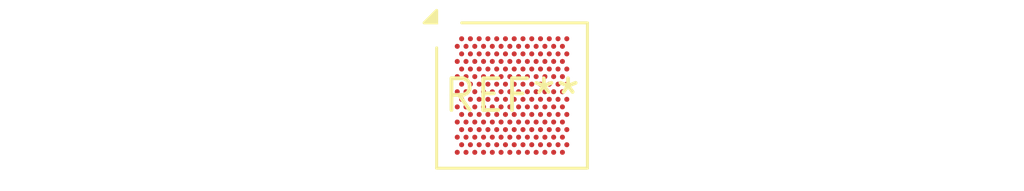
<source format=kicad_pcb>
(kicad_pcb (version 20240108) (generator pcbnew)
  (layers (0 "F.Cu" signal) (31 "B.Cu" signal) (34 "B.Paste" user) (35 "F.Paste" user) (36 "B.SilkS" user "B.Silkscreen") (37 "F.SilkS" user "F.Silkscreen") (38 "B.Mask" user) (39 "F.Mask" user) (44 "Edge.Cuts" user))
  (net 0 "")
  (footprint "ST_WLCSP-208_5.8x5.6mm_P0.35_Stagger" (layer "F.Cu") (at 0 0)
    (property "Reference" "REF**")
    (property "Value" "ST_WLCSP-208_5.8x5.6mm_P0.35_Stagger")
    (fp_line (start -3.01 2.91) (end -3.01 -1.91) (layer "F.SilkS") (stroke (width 0.12)))
    (fp_line (start -2.01 -2.91) (end 3.01 -2.91) (layer "F.SilkS") (stroke (width 0.12)))
    (fp_line (start 3.01 -2.91) (end 3.01 2.91) (layer "F.SilkS") (stroke (width 0.12)))
    (fp_line (start 3.01 2.91) (end -3.01 2.91) (layer "F.SilkS") (stroke (width 0.12)))
    (fp_poly (pts (xy -3.01 -2.91) (xy -3.51 -2.91) (xy -3.01 -3.41) (xy -3.01 -2.91)) (layer "F.SilkS") (stroke (width 0.12)) (fill solid))
    (pad "A2" smd circle (at -2.0125 -2.273317) (size 0.2 0.2) (property pad_prop_bga) (layers "F.Cu" "F.Paste" "F.Mask"))
    (pad "A4" smd circle (at -1.6625 -2.273317) (size 0.2 0.2) (property pad_prop_bga) (layers "F.Cu" "F.Paste" "F.Mask"))
    (pad "A6" smd circle (at -1.3125 -2.273317) (size 0.2 0.2) (property pad_prop_bga) (layers "F.Cu" "F.Paste" "F.Mask"))
    (pad "A8" smd circle (at -0.9625 -2.273317) (size 0.2 0.2) (property pad_prop_bga) (layers "F.Cu" "F.Paste" "F.Mask"))
    (pad "A10" smd circle (at -0.6125 -2.273317) (size 0.2 0.2) (property pad_prop_bga) (layers "F.Cu" "F.Paste" "F.Mask"))
    (pad "A12" smd circle (at -0.2625 -2.273317) (size 0.2 0.2) (property pad_prop_bga) (layers "F.Cu" "F.Paste" "F.Mask"))
    (pad "A14" smd circle (at 0.0875 -2.273317) (size 0.2 0.2) (property pad_prop_bga) (layers "F.Cu" "F.Paste" "F.Mask"))
    (pad "A16" smd circle (at 0.4375 -2.273317) (size 0.2 0.2) (property pad_prop_bga) (layers "F.Cu" "F.Paste" "F.Mask"))
    (pad "A18" smd circle (at 0.7875 -2.273317) (size 0.2 0.2) (property pad_prop_bga) (layers "F.Cu" "F.Paste" "F.Mask"))
    (pad "A20" smd circle (at 1.1375 -2.273317) (size 0.2 0.2) (property pad_prop_bga) (layers "F.Cu" "F.Paste" "F.Mask"))
    (pad "A22" smd circle (at 1.4875 -2.273317) (size 0.2 0.2) (property pad_prop_bga) (layers "F.Cu" "F.Paste" "F.Mask"))
    (pad "A24" smd circle (at 1.8375 -2.273317) (size 0.2 0.2) (property pad_prop_bga) (layers "F.Cu" "F.Paste" "F.Mask"))
    (pad "A26" smd circle (at 2.1875 -2.273317) (size 0.2 0.2) (property pad_prop_bga) (layers "F.Cu" "F.Paste" "F.Mask"))
    (pad "B1" smd circle (at -2.1875 -1.970208) (size 0.2 0.2) (property pad_prop_bga) (layers "F.Cu" "F.Paste" "F.Mask"))
    (pad "B3" smd circle (at -1.8375 -1.970208) (size 0.2 0.2) (property pad_prop_bga) (layers "F.Cu" "F.Paste" "F.Mask"))
    (pad "B5" smd circle (at -1.4875 -1.970208) (size 0.2 0.2) (property pad_prop_bga) (layers "F.Cu" "F.Paste" "F.Mask"))
    (pad "B7" smd circle (at -1.1375 -1.970208) (size 0.2 0.2) (property pad_prop_bga) (layers "F.Cu" "F.Paste" "F.Mask"))
    (pad "B9" smd circle (at -0.7875 -1.970208) (size 0.2 0.2) (property pad_prop_bga) (layers "F.Cu" "F.Paste" "F.Mask"))
    (pad "B11" smd circle (at -0.4375 -1.970208) (size 0.2 0.2) (property pad_prop_bga) (layers "F.Cu" "F.Paste" "F.Mask"))
    (pad "B13" smd circle (at -0.0875 -1.970208) (size 0.2 0.2) (property pad_prop_bga) (layers "F.Cu" "F.Paste" "F.Mask"))
    (pad "B15" smd circle (at 0.2625 -1.970208) (size 0.2 0.2) (property pad_prop_bga) (layers "F.Cu" "F.Paste" "F.Mask"))
    (pad "B17" smd circle (at 0.6125 -1.970208) (size 0.2 0.2) (property pad_prop_bga) (layers "F.Cu" "F.Paste" "F.Mask"))
    (pad "B19" smd circle (at 0.9625 -1.970208) (size 0.2 0.2) (property pad_prop_bga) (layers "F.Cu" "F.Paste" "F.Mask"))
    (pad "B21" smd circle (at 1.3125 -1.970208) (size 0.2 0.2) (property pad_prop_bga) (layers "F.Cu" "F.Paste" "F.Mask"))
    (pad "B23" smd circle (at 1.6625 -1.970208) (size 0.2 0.2) (property pad_prop_bga) (layers "F.Cu" "F.Paste" "F.Mask"))
    (pad "B25" smd circle (at 2.0125 -1.970208) (size 0.2 0.2) (property pad_prop_bga) (layers "F.Cu" "F.Paste" "F.Mask"))
    (pad "C2" smd circle (at -2.0125 -1.667099) (size 0.2 0.2) (property pad_prop_bga) (layers "F.Cu" "F.Paste" "F.Mask"))
    (pad "C4" smd circle (at -1.6625 -1.667099) (size 0.2 0.2) (property pad_prop_bga) (layers "F.Cu" "F.Paste" "F.Mask"))
    (pad "C6" smd circle (at -1.3125 -1.667099) (size 0.2 0.2) (property pad_prop_bga) (layers "F.Cu" "F.Paste" "F.Mask"))
    (pad "C8" smd circle (at -0.9625 -1.667099) (size 0.2 0.2) (property pad_prop_bga) (layers "F.Cu" "F.Paste" "F.Mask"))
    (pad "C10" smd circle (at -0.6125 -1.667099) (size 0.2 0.2) (property pad_prop_bga) (layers "F.Cu" "F.Paste" "F.Mask"))
    (pad "C12" smd circle (at -0.2625 -1.667099) (size 0.2 0.2) (property pad_prop_bga) (layers "F.Cu" "F.Paste" "F.Mask"))
    (pad "C14" smd circle (at 0.0875 -1.667099) (size 0.2 0.2) (property pad_prop_bga) (layers "F.Cu" "F.Paste" "F.Mask"))
    (pad "C16" smd circle (at 0.4375 -1.667099) (size 0.2 0.2) (property pad_prop_bga) (layers "F.Cu" "F.Paste" "F.Mask"))
    (pad "C18" smd circle (at 0.7875 -1.667099) (size 0.2 0.2) (property pad_prop_bga) (layers "F.Cu" "F.Paste" "F.Mask"))
    (pad "C20" smd circle (at 1.1375 -1.667099) (size 0.2 0.2) (property pad_prop_bga) (layers "F.Cu" "F.Paste" "F.Mask"))
    (pad "C22" smd circle (at 1.4875 -1.667099) (size 0.2 0.2) (property pad_prop_bga) (layers "F.Cu" "F.Paste" "F.Mask"))
    (pad "C24" smd circle (at 1.8375 -1.667099) (size 0.2 0.2) (property pad_prop_bga) (layers "F.Cu" "F.Paste" "F.Mask"))
    (pad "C26" smd circle (at 2.1875 -1.667099) (size 0.2 0.2) (property pad_prop_bga) (layers "F.Cu" "F.Paste" "F.Mask"))
    (pad "D1" smd circle (at -2.1875 -1.36399) (size 0.2 0.2) (property pad_prop_bga) (layers "F.Cu" "F.Paste" "F.Mask"))
    (pad "D3" smd circle (at -1.8375 -1.36399) (size 0.2 0.2) (property pad_prop_bga) (layers "F.Cu" "F.Paste" "F.Mask"))
    (pad "D5" smd circle (at -1.4875 -1.36399) (size 0.2 0.2) (property pad_prop_bga) (layers "F.Cu" "F.Paste" "F.Mask"))
    (pad "D7" smd circle (at -1.1375 -1.36399) (size 0.2 0.2) (property pad_prop_bga) (layers "F.Cu" "F.Paste" "F.Mask"))
    (pad "D9" smd circle (at -0.7875 -1.36399) (size 0.2 0.2) (property pad_prop_bga) (layers "F.Cu" "F.Paste" "F.Mask"))
    (pad "D11" smd circle (at -0.4375 -1.36399) (size 0.2 0.2) (property pad_prop_bga) (layers "F.Cu" "F.Paste" "F.Mask"))
    (pad "D13" smd circle (at -0.0875 -1.36399) (size 0.2 0.2) (property pad_prop_bga) (layers "F.Cu" "F.Paste" "F.Mask"))
    (pad "D15" smd circle (at 0.2625 -1.36399) (size 0.2 0.2) (property pad_prop_bga) (layers "F.Cu" "F.Paste" "F.Mask"))
    (pad "D17" smd circle (at 0.6125 -1.36399) (size 0.2 0.2) (property pad_prop_bga) (layers "F.Cu" "F.Paste" "F.Mask"))
    (pad "D19" smd circle (at 0.9625 -1.36399) (size 0.2 0.2) (property pad_prop_bga) (layers "F.Cu" "F.Paste" "F.Mask"))
    (pad "D21" smd circle (at 1.3125 -1.36399) (size 0.2 0.2) (property pad_prop_bga) (layers "F.Cu" "F.Paste" "F.Mask"))
    (pad "D23" smd circle (at 1.6625 -1.36399) (size 0.2 0.2) (property pad_prop_bga) (layers "F.Cu" "F.Paste" "F.Mask"))
    (pad "D25" smd circle (at 2.0125 -1.36399) (size 0.2 0.2) (property pad_prop_bga) (layers "F.Cu" "F.Paste" "F.Mask"))
    (pad "E2" smd circle (at -2.0125 -1.060881) (size 0.2 0.2) (property pad_prop_bga) (layers "F.Cu" "F.Paste" "F.Mask"))
    (pad "E4" smd circle (at -1.6625 -1.060881) (size 0.2 0.2) (property pad_prop_bga) (layers "F.Cu" "F.Paste" "F.Mask"))
    (pad "E6" smd circle (at -1.3125 -1.060881) (size 0.2 0.2) (property pad_prop_bga) (layers "F.Cu" "F.Paste" "F.Mask"))
    (pad "E8" smd circle (at -0.9625 -1.060881) (size 0.2 0.2) (property pad_prop_bga) (layers "F.Cu" "F.Paste" "F.Mask"))
    (pad "E10" smd circle (at -0.6125 -1.060881) (size 0.2 0.2) (property pad_prop_bga) (layers "F.Cu" "F.Paste" "F.Mask"))
    (pad "E12" smd circle (at -0.2625 -1.060881) (size 0.2 0.2) (property pad_prop_bga) (layers "F.Cu" "F.Paste" "F.Mask"))
    (pad "E14" smd circle (at 0.0875 -1.060881) (size 0.2 0.2) (property pad_prop_bga) (layers "F.Cu" "F.Paste" "F.Mask"))
    (pad "E16" smd circle (at 0.4375 -1.060881) (size 0.2 0.2) (property pad_prop_bga) (layers "F.Cu" "F.Paste" "F.Mask"))
    (pad "E18" smd circle (at 0.7875 -1.060881) (size 0.2 0.2) (property pad_prop_bga) (layers "F.Cu" "F.Paste" "F.Mask"))
    (pad "E20" smd circle (at 1.1375 -1.060881) (size 0.2 0.2) (property pad_prop_bga) (layers "F.Cu" "F.Paste" "F.Mask"))
    (pad "E22" smd circle (at 1.4875 -1.060881) (size 0.2 0.2) (property pad_prop_bga) (layers "F.Cu" "F.Paste" "F.Mask"))
    (pad "E24" smd circle (at 1.8375 -1.060881) (size 0.2 0.2) (property pad_prop_bga) (layers "F.Cu" "F.Paste" "F.Mask"))
    (pad "E26" smd circle (at 2.1875 -1.060881) (size 0.2 0.2) (property pad_prop_bga) (layers "F.Cu" "F.Paste" "F.Mask"))
    (pad "F1" smd circle (at -2.1875 -0.757772) (size 0.2 0.2) (property pad_prop_bga) (layers "F.Cu" "F.Paste" "F.Mask"))
    (pad "F3" smd circle (at -1.8375 -0.757772) (size 0.2 0.2) (property pad_prop_bga) (layers "F.Cu" "F.Paste" "F.Mask"))
    (pad "F5" smd circle (at -1.4875 -0.757772) (size 0.2 0.2) (property pad_prop_bga) (layers "F.Cu" "F.Paste" "F.Mask"))
    (pad "F7" smd circle (at -1.1375 -0.757772) (size 0.2 0.2) (property pad_prop_bga) (layers "F.Cu" "F.Paste" "F.Mask"))
    (pad "F9" smd circle (at -0.7875 -0.757772) (size 0.2 0.2) (property pad_prop_bga) (layers "F.Cu" "F.Paste" "F.Mask"))
    (pad "F11" smd circle (at -0.4375 -0.757772) (size 0.2 0.2) (property pad_prop_bga) (layers "F.Cu" "F.Paste" "F.Mask"))
    (pad "F13" smd circle (at -0.0875 -0.757772) (size 0.2 0.2) (property pad_prop_bga) (layers "F.Cu" "F.Paste" "F.Mask"))
    (pad "F15" smd circle (at 0.2625 -0.757772) (size 0.2 0.2) (property pad_prop_bga) (layers "F.Cu" "F.Paste" "F.Mask"))
    (pad "F17" smd circle (at 0.6125 -0.757772) (size 0.2 0.2) (property pad_prop_bga) (layers "F.Cu" "F.Paste" "F.Mask"))
    (pad "F19" smd circle (at 0.9625 -0.757772) (size 0.2 0.2) (property pad_prop_bga) (layers "F.Cu" "F.Paste" "F.Mask"))
    (pad "F21" smd circle (at 1.3125 -0.757772) (size 0.2 0.2) (property pad_prop_bga) (layers "F.Cu" "F.Paste" "F.Mask"))
    (pad "F23" smd circle (at 1.6625 -0.757772) (size 0.2 0.2) (property pad_prop_bga) (layers "F.Cu" "F.Paste" "F.Mask"))
    (pad "F25" smd circle (at 2.0125 -0.757772) (size 0.2 0.2) (property pad_prop_bga) (layers "F.Cu" "F.Paste" "F.Mask"))
    (pad "G2" smd circle (at -2.0125 -0.454663) (size 0.2 0.2) (property pad_prop_bga) (layers "F.Cu" "F.Paste" "F.Mask"))
    (pad "G4" smd circle (at -1.6625 -0.454663) (size 0.2 0.2) (property pad_prop_bga) (layers "F.Cu" "F.Paste" "F.Mask"))
    (pad "G6" smd circle (at -1.3125 -0.454663) (size 0.2 0.2) (property pad_prop_bga) (layers "F.Cu" "F.Paste" "F.Mask"))
    (pad "G8" smd circle (at -0.9625 -0.454663) (size 0.2 0.2) (property pad_prop_bga) (layers "F.Cu" "F.Paste" "F.Mask"))
    (pad "G10" smd circle (at -0.6125 -0.454663) (size 0.2 0.2) (property pad_prop_bga) (layers "F.Cu" "F.Paste" "F.Mask"))
    (pad "G12" smd circle (at -0.2625 -0.454663) (size 0.2 0.2) (property pad_prop_bga) (layers "F.Cu" "F.Paste" "F.Mask"))
    (pad "G14" smd circle (at 0.0875 -0.454663) (size 0.2 0.2) (property pad_prop_bga) (layers "F.Cu" "F.Paste" "F.Mask"))
    (pad "G16" smd circle (at 0.4375 -0.454663) (size 0.2 0.2) (property pad_prop_bga) (layers "F.Cu" "F.Paste" "F.Mask"))
    (pad "G18" smd circle (at 0.7875 -0.454663) (size 0.2 0.2) (property pad_prop_bga) (layers "F.Cu" "F.Paste" "F.Mask"))
    (pad "G20" smd circle (at 1.1375 -0.454663) (size 0.2 0.2) (property pad_prop_bga) (layers "F.Cu" "F.Paste" "F.Mask"))
    (pad "G22" smd circle (at 1.4875 -0.454663) (size 0.2 0.2) (property pad_prop_bga) (layers "F.Cu" "F.Paste" "F.Mask"))
    (pad "G24" smd circle (at 1.8375 -0.454663) (size 0.2 0.2) (property pad_prop_bga) (layers "F.Cu" "F.Paste" "F.Mask"))
    (pad "G26" smd circle (at 2.1875 -0.454663) (size 0.2 0.2) (property pad_prop_bga) (layers "F.Cu" "F.Paste" "F.Mask"))
    (pad "H1" smd circle (at -2.1875 -0.151554) (size 0.2 0.2) (property pad_prop_bga) (layers "F.Cu" "F.Paste" "F.Mask"))
    (pad "H3" smd circle (at -1.8375 -0.151554) (size 0.2 0.2) (property pad_prop_bga) (layers "F.Cu" "F.Paste" "F.Mask"))
    (pad "H5" smd circle (at -1.4875 -0.151554) (size 0.2 0.2) (property pad_prop_bga) (layers "F.Cu" "F.Paste" "F.Mask"))
    (pad "H7" smd circle (at -1.1375 -0.151554) (size 0.2 0.2) (property pad_prop_bga) (layers "F.Cu" "F.Paste" "F.Mask"))
    (pad "H9" smd circle (at -0.7875 -0.151554) (size 0.2 0.2) (property pad_prop_bga) (layers "F.Cu" "F.Paste" "F.Mask"))
    (pad "H11" smd circle (at -0.4375 -0.151554) (size 0.2 0.2) (property pad_prop_bga) (layers "F.Cu" "F.Paste" "F.Mask"))
    (pad "H13" smd circle (at -0.0875 -0.151554) (size 0.2 0.2) (property pad_prop_bga) (layers "F.Cu" "F.Paste" "F.Mask"))
    (pad "H15" smd circle (at 0.2625 -0.151554) (size 0.2 0.2) (property pad_prop_bga) (layers "F.Cu" "F.Paste" "F.Mask"))
    (pad "H17" smd circle (at 0.6125 -0.151554) (size 0.2 0.2) (property pad_prop_bga) (layers "F.Cu" "F.Paste" "F.Mask"))
    (pad "H19" smd circle (at 0.9625 -0.151554) (size 0.2 0.2) (property pad_prop_bga) (layers "F.Cu" "F.Paste" "F.Mask"))
    (pad "H21" smd circle (at 1.3125 -0.151554) (size 0.2 0.2) (property pad_prop_bga) (layers "F.Cu" "F.Paste" "F.Mask"))
    (pad "H23" smd circle (at 1.6625 -0.151554) (size 0.2 0.2) (property pad_prop_bga) (layers "F.Cu" "F.Paste" "F.Mask"))
    (pad "H25" smd circle (at 2.0125 -0.151554) (size 0.2 0.2) (property pad_prop_bga) (layers "F.Cu" "F.Paste" "F.Mask"))
    (pad "J2" smd circle (at -2.0125 0.151554) (size 0.2 0.2) (property pad_prop_bga) (layers "F.Cu" "F.Paste" "F.Mask"))
    (pad "J4" smd circle (at -1.6625 0.151554) (size 0.2 0.2) (property pad_prop_bga) (layers "F.Cu" "F.Paste" "F.Mask"))
    (pad "J6" smd circle (at -1.3125 0.151554) (size 0.2 0.2) (property pad_prop_bga) (layers "F.Cu" "F.Paste" "F.Mask"))
    (pad "J8" smd circle (at -0.9625 0.151554) (size 0.2 0.2) (property pad_prop_bga) (layers "F.Cu" "F.Paste" "F.Mask"))
    (pad "J10" smd circle (at -0.6125 0.151554) (size 0.2 0.2) (property pad_prop_bga) (layers "F.Cu" "F.Paste" "F.Mask"))
    (pad "J12" smd circle (at -0.2625 0.151554) (size 0.2 0.2) (property pad_prop_bga) (layers "F.Cu" "F.Paste" "F.Mask"))
    (pad "J14" smd circle (at 0.0875 0.151554) (size 0.2 0.2) (property pad_prop_bga) (layers "F.Cu" "F.Paste" "F.Mask"))
    (pad "J16" smd circle (at 0.4375 0.151554) (size 0.2 0.2) (property pad_prop_bga) (layers "F.Cu" "F.Paste" "F.Mask"))
    (pad "J18" smd circle (at 0.7875 0.151554) (size 0.2 0.2) (property pad_prop_bga) (layers "F.Cu" "F.Paste" "F.Mask"))
    (pad "J20" smd circle (at 1.1375 0.151554) (size 0.2 0.2) (property pad_prop_bga) (layers "F.Cu" "F.Paste" "F.Mask"))
    (pad "J22" smd circle (at 1.4875 0.151554) (size 0.2 0.2) (property pad_prop_bga) (layers "F.Cu" "F.Paste" "F.Mask"))
    (pad "J24" smd circle (at 1.8375 0.151554) (size 0.2 0.2) (property pad_prop_bga) (layers "F.Cu" "F.Paste" "F.Mask"))
    (pad "J26" smd circle (at 2.1875 0.151554) (size 0.2 0.2) (property pad_prop_bga) (layers "F.Cu" "F.Paste" "F.Mask"))
    (pad "K1" smd circle (at -2.1875 0.454663) (size 0.2 0.2) (property pad_prop_bga) (layers "F.Cu" "F.Paste" "F.Mask"))
    (pad "K3" smd circle (at -1.8375 0.454663) (size 0.2 0.2) (property pad_prop_bga) (layers "F.Cu" "F.Paste" "F.Mask"))
    (pad "K5" smd circle (at -1.4875 0.454663) (size 0.2 0.2) (property pad_prop_bga) (layers "F.Cu" "F.Paste" "F.Mask"))
    (pad "K7" smd circle (at -1.1375 0.454663) (size 0.2 0.2) (property pad_prop_bga) (layers "F.Cu" "F.Paste" "F.Mask"))
    (pad "K9" smd circle (at -0.7875 0.454663) (size 0.2 0.2) (property pad_prop_bga) (layers "F.Cu" "F.Paste" "F.Mask"))
    (pad "K11" smd circle (at -0.4375 0.454663) (size 0.2 0.2) (property pad_prop_bga) (layers "F.Cu" "F.Paste" "F.Mask"))
    (pad "K13" smd circle (at -0.0875 0.454663) (size 0.2 0.2) (property pad_prop_bga) (layers "F.Cu" "F.Paste" "F.Mask"))
    (pad "K15" smd circle (at 0.2625 0.454663) (size 0.2 0.2) (property pad_prop_bga) (layers "F.Cu" "F.Paste" "F.Mask"))
    (pad "K17" smd circle (at 0.6125 0.454663) (size 0.2 0.2) (property pad_prop_bga) (layers "F.Cu" "F.Paste" "F.Mask"))
    (pad "K19" smd circle (at 0.9625 0.454663) (size 0.2 0.2) (property pad_prop_bga) (layers "F.Cu" "F.Paste" "F.Mask"))
    (pad "K21" smd circle (at 1.3125 0.454663) (size 0.2 0.2) (property pad_prop_bga) (layers "F.Cu" "F.Paste" "F.Mask"))
    (pad "K23" smd circle (at 1.6625 0.454663) (size 0.2 0.2) (property pad_prop_bga) (layers "F.Cu" "F.Paste" "F.Mask"))
    (pad "K25" smd circle (at 2.0125 0.454663) (size 0.2 0.2) (property pad_prop_bga) (layers "F.Cu" "F.Paste" "F.Mask"))
    (pad "L2" smd circle (at -2.0125 0.757772) (size 0.2 0.2) (property pad_prop_bga) (layers "F.Cu" "F.Paste" "F.Mask"))
    (pad "L4" smd circle (at -1.6625 0.757772) (size 0.2 0.2) (property pad_prop_bga) (layers "F.Cu" "F.Paste" "F.Mask"))
    (pad "L6" smd circle (at -1.3125 0.757772) (size 0.2 0.2) (property pad_prop_bga) (layers "F.Cu" "F.Paste" "F.Mask"))
    (pad "L8" smd circle (at -0.9625 0.757772) (size 0.2 0.2) (property pad_prop_bga) (layers "F.Cu" "F.Paste" "F.Mask"))
    (pad "L10" smd circle (at -0.6125 0.757772) (size 0.2 0.2) (property pad_prop_bga) (layers "F.Cu" "F.Paste" "F.Mask"))
    (pad "L12" smd circle (at -0.2625 0.757772) (size 0.2 0.2) (property pad_prop_bga) (layers "F.Cu" "F.Paste" "F.Mask"))
    (pad "L14" smd circle (at 0.0875 0.757772) (size 0.2 0.2) (property pad_prop_bga) (layers "F.Cu" "F.Paste" "F.Mask"))
    (pad "L16" smd circle (at 0.4375 0.757772) (size 0.2 0.2) (property pad_prop_bga) (layers "F.Cu" "F.Paste" "F.Mask"))
    (pad "L18" smd circle (at 0.7875 0.757772) (size 0.2 0.2) (property pad_prop_bga) (layers "F.Cu" "F.Paste" "F.Mask"))
    (pad "L20" smd circle (at 1.1375 0.757772) (size 0.2 0.2) (property pad_prop_bga) (layers "F.Cu" "F.Paste" "F.Mask"))
    (pad "L22" smd circle (at 1.4875 0.757772) (size 0.2 0.2) (property pad_prop_bga) (layers "F.Cu" "F.Paste" "F.Mask"))
    (pad "L24" smd circle (at 1.8375 0.757772) (size 0.2 0.2) (property pad_prop_bga) (layers "F.Cu" "F.Paste" "F.Mask"))
    (pad "L26" smd circle (at 2.1875 0.757772) (size 0.2 0.2) (property pad_prop_bga) (layers "F.Cu" "F.Paste" "F.Mask"))
    (pad "M1" smd circle (at -2.1875 1.060881) (size 0.2 0.2) (property pad_prop_bga) (layers "F.Cu" "F.Paste" "F.Mask"))
    (pad "M3" smd circle (at -1.8375 1.060881) (size 0.2 0.2) (property pad_prop_bga) (layers "F.Cu" "F.Paste" "F.Mask"))
    (pad "M5" smd circle (at -1.4875 1.060881) (size 0.2 0.2) (property pad_prop_bga) (layers "F.Cu" "F.Paste" "F.Mask"))
    (pad "M7" smd circle (at -1.1375 1.060881) (size 0.2 0.2) (property pad_prop_bga) (layers "F.Cu" "F.Paste" "F.Mask"))
    (pad "M9" smd circle (at -0.7875 1.060881) (size 0.2 0.2) (property pad_prop_bga) (layers "F.Cu" "F.Paste" "F.Mask"))
    (pad "M11" smd circle (at -0.4375 1.060881) (size 0.2 0.2) (property pad_prop_bga) (layers "F.Cu" "F.Paste" "F.Mask"))
    (pad "M13" smd circle (at -0.0875 1.060881) (size 0.2 0.2) (property pad_prop_bga) (layers "F.Cu" "F.Paste" "F.Mask"))
    (pad "M15" smd circle (at 0.2625 1.060881) (size 0.2 0.2) (property pad_prop_bga) (layers "F.Cu" "F.Paste" "F.Mask"))
    (pad "M17" smd circle (at 0.6125 1.060881) (size 0.2 0.2) (property pad_prop_bga) (layers "F.Cu" "F.Paste" "F.Mask"))
    (pad "M19" smd circle (at 0.9625 1.060881) (size 0.2 0.2) (property pad_prop_bga) (layers "F.Cu" "F.Paste" "F.Mask"))
    (pad "M21" smd circle (at 1.3125 1.060881) (size 0.2 0.2) (property pad_prop_bga) (layers "F.Cu" "F.Paste" "F.Mask"))
    (pad "M23" smd circle (at 1.6625 1.060881) (size 0.2 0.2) (property pad_prop_bga) (layers "F.Cu" "F.Paste" "F.Mask"))
    (pad "M25" smd circle (at 2.0125 1.060881) (size 0.2 0.2) (property pad_prop_bga) (layers "F.Cu" "F.Paste" "F.Mask"))
    (pad "N2" smd circle (at -2.0125 1.36399) (size 0.2 0.2) (property pad_prop_bga) (layers "F.Cu" "F.Paste" "F.Mask"))
    (pad "N4" smd circle (at -1.6625 1.36399) (size 0.2 0.2) (property pad_prop_bga) (layers "F.Cu" "F.Paste" "F.Mask"))
    (pad "N6" smd circle (at -1.3125 1.36399) (size 0.2 0.2) (property pad_prop_bga) (layers "F.Cu" "F.Paste" "F.Mask"))
    (pad "N8" smd circle (at -0.9625 1.36399) (size 0.2 0.2) (property pad_prop_bga) (layers "F.Cu" "F.Paste" "F.Mask"))
    (pad "N10" smd circle (at -0.6125 1.36399) (size 0.2 0.2) (property pad_prop_bga) (layers "F.Cu" "F.Paste" "F.Mask"))
    (pad "N12" smd circle (at -0.2625 1.36399) (size 0.2 0.2) (property pad_prop_bga) (layers "F.Cu" "F.Paste" "F.Mask"))
    (pad "N14" smd circle (at 0.0875 1.36399) (size 0.2 0.2) (property pad_prop_bga) (layers "F.Cu" "F.Paste" "F.Mask"))
    (pad "N16" smd circle (at 0.4375 1.36399) (size 0.2 0.2) (property pad_prop_bga) (layers "F.Cu" "F.Paste" "F.Mask"))
    (pad "N18" smd circle (at 0.7875 1.36399) (size 0.2 0.2) (property pad_prop_bga) (layers "F.Cu" "F.Paste" "F.Mask"))
    (pad "N20" smd circle (at 1.1375 1.36399) (size 0.2 0.2) (property pad_prop_bga) (layers "F.Cu" "F.Paste" "F.Mask"))
    (pad "N22" smd circle (at 1.4875 1.36399) (size 0.2 0.2) (property pad_prop_bga) (layers "F.Cu" "F.Paste" "F.Mask"))
    (pad "N24" smd circle (at 1.8375 1.36399) (size 0.2 0.2) (property pad_prop_bga) (layers "F.Cu" "F.Paste" "F.Mask"))
    (pad "N26" smd circle (at 2.1875 1.36399) (size 0.2 0.2) (property pad_prop_bga) (layers "F.Cu" "F.Paste" "F.Mask"))
    (pad "P1" smd circle (at -2.1875 1.667099) (size 0.2 0.2) (property pad_prop_bga) (layers "F.Cu" "F.Paste" "F.Mask"))
    (pad "P3" smd circle (at -1.8375 1.667099) (size 0.2 0.2) (property pad_prop_bga) (layers "F.Cu" "F.Paste" "F.Mask"))
    (pad "P5" smd circle (at -1.4875 1.667099) (size 0.2 0.2) (property pad_prop_bga) (layers "F.Cu" "F.Paste" "F.Mask"))
    (pad "P7" smd circle (at -1.1375 1.667099) (size 0.2 0.2) (property pad_prop_bga) (layers "F.Cu" "F.Paste" "F.Mask"))
    (pad "P9" smd circle (at -0.7875 1.667099) (size 0.2 0.2) (property pad_prop_bga) (layers "F.Cu" "F.Paste" "F.Mask"))
    (pad "P11" smd circle (at -0.4375 1.667099) (size 0.2 0.2) (property pad_prop_bga) (layers "F.Cu" "F.Paste" "F.Mask"))
    (pad "P13" smd circle (at -0.0875 1.667099) (size 0.2 0.2) (property pad_prop_bga) (layers "F.Cu" "F.Paste" "F.Mask"))
    (pad "P15" smd circle (at 0.2625 1.667099) (size 0.2 0.2) (property pad_prop_bga) (layers "F.Cu" "F.Paste" "F.Mask"))
    (pad "P17" smd circle (at 0.6125 1.667099) (size 0.2 0.2) (property pad_prop_bga) (layers "F.Cu" "F.Paste" "F.Mask"))
    (pad "P19" smd circle (at 0.9625 1.667099) (size 0.2 0.2) (property pad_prop_bga) (layers "F.Cu" "F.Paste" "F.Mask"))
    (pad "P21" smd circle (at 1.3125 1.667099) (size 0.2 0.2) (property pad_prop_bga) (layers "F.Cu" "F.Paste" "F.Mask"))
    (pad "P23" smd circle (at 1.6625 1.667099) (size 0.2 0.2) (property pad_prop_bga) (layers "F.Cu" "F.Paste" "F.Mask"))
    (pad "P25" smd circle (at 2.0125 1.667099) (size 0.2 0.2) (property pad_prop_bga) (layers "F.Cu" "F.Paste" "F.Mask"))
    (pad "R2" smd circle (at -2.0125 1.970208) (size 0.2 0.2) (property pad_prop_bga) (layers "F.Cu" "F.Paste" "F.Mask"))
    (pad "R4" smd circle (at -1.6625 1.970208) (size 0.2 0.2) (property pad_prop_bga) (layers "F.Cu" "F.Paste" "F.Mask"))
    (pad "R6" smd circle (at -1.3125 1.970208) (size 0.2 0.2) (property pad_prop_bga) (layers "F.Cu" "F.Paste" "F.Mask"))
    (pad "R8" smd circle (at -0.9625 1.970208) (size 0.2 0.2) (property pad_prop_bga) (layers "F.Cu" "F.Paste" "F.Mask"))
    (pad "R10" smd circle (at -0.6125 1.970208) (size 0.2 0.2) (property pad_prop_bga) (layers "F.Cu" "F.Paste" "F.Mask"))
    (pad "R12" smd circle (at -0.2625 1.970208) (size 0.2 0.2) (property pad_prop_bga) (layers "F.Cu" "F.Paste" "F.Mask"))
    (pad "R14" smd circle (at 0.0875 1.970208) (size 0.2 0.2) (property pad_prop_bga) (layers "F.Cu" "F.Paste" "F.Mask"))
    (pad "R16" smd circle (at 0.4375 1.970208) (size 0.2 0.2) (property pad_prop_bga) (layers "F.Cu" "F.Paste" "F.Mask"))
    (pad "R18" smd circle (at 0.7875 1.970208) (size 0.2 0.2) (property pad_prop_bga) (layers "F.Cu" "F.Paste" "F.Mask"))
    (pad "R20" smd circle (at 1.1375 1.970208) (size 0.2 0.2) (property pad_prop_bga) (layers "F.Cu" "F.Paste" "F.Mask"))
    (pad "R22" smd circle (at 1.4875 1.970208) (size 0.2 0.2) (property pad_prop_bga) (layers "F.Cu" "F.Paste" "F.Mask"))
    (pad "R24" smd circle (at 1.8375 1.970208) (size 0.2 0.2) (property pad_prop_bga) (layers "F.Cu" "F.Paste" "F.Mask"))
    (pad "R26" smd circle (at 2.1875 1.970208) (size 0.2 0.2) (property pad_prop_bga) (layers "F.Cu" "F.Paste" "F.Mask"))
    (pad "T1" smd circle (at -2.1875 2.273317) (size 0.2 0.2) (property pad_prop_bga) (layers "F.Cu" "F.Paste" "F.Mask"))
    (pad "T3" smd circle (at -1.8375 2.273317) (size 0.2 0.2) (property pad_prop_bga) (layers "F.Cu" "F.Paste" "F.Mask"))
    (pad "T5" smd circle (at -1.4875 2.273317) (size 0.2 0.2) (property pad_prop_bga) (layers "F.Cu" "F.Paste" "F.Mask"))
    (pad "T7" smd circle (at -1.1375 2.273317) (size 0.2 0.2) (property pad_prop_bga) (layers "F.Cu" "F.Paste" "F.Mask"))
    (pad "T9" smd circle (at -0.7875 2.273317) (size 0.2 0.2) (property pad_prop_bga) (layers "F.Cu" "F.Paste" "F.Mask"))
    (pad "T11" smd circle (at -0.4375 2.273317) (size 0.2 0.2) (property pad_prop_bga) (layers "F.Cu" "F.Paste" "F.Mask"))
    (pad "T13" smd circle (at -0.0875 2.273317) (size 0.2 0.2) (property pad_prop_bga) (layers "F.Cu" "F.Paste" "F.Mask"))
    (pad "T15" smd circle (at 0.2625 2.273317) (size 0.2 0.2) (property pad_prop_bga) (layers "F.Cu" "F.Paste" "F.Mask"))
    (pad "T17" smd circle (at 0.6125 2.273317) (size 0.2 0.2) (property pad_prop_bga) (layers "F.Cu" "F.Paste" "F.Mask"))
    (pad "T19" smd circle (at 0.9625 2.273317) (size 0.2 0.2) (property pad_prop_bga) (layers "F.Cu" "F.Paste" "F.Mask"))
    (pad "T21" smd circle (at 1.3125 2.273317) (size 0.2 0.2) (property pad_prop_bga) (layers "F.Cu" "F.Paste" "F.Mask"))
    (pad "T23" smd circle (at 1.6625 2.273317) (size 0.2 0.2) (property pad_prop_bga) (layers "F.Cu" "F.Paste" "F.Mask"))
    (pad "T25" smd circle (at 2.0125 2.273317) (size 0.2 0.2) (property pad_prop_bga) (layers "F.Cu" "F.Paste" "F.Mask"))
  )
)
</source>
